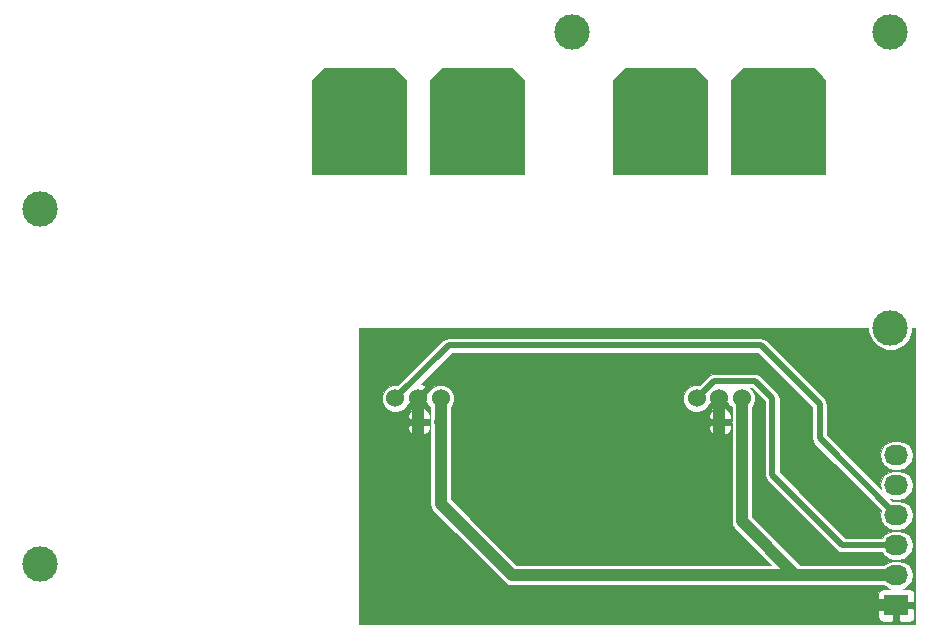
<source format=gbr>
G04 #@! TF.FileFunction,Copper,L1,Top,Signal*
%FSLAX46Y46*%
G04 Gerber Fmt 4.6, Leading zero omitted, Abs format (unit mm)*
G04 Created by KiCad (PCBNEW 4.0.4-stable) date 12/03/16 10:08:42*
%MOMM*%
%LPD*%
G01*
G04 APERTURE LIST*
%ADD10C,0.100000*%
%ADD11R,0.800000X1.000000*%
%ADD12C,4.064000*%
%ADD13R,2.032000X1.727200*%
%ADD14O,2.032000X1.727200*%
%ADD15C,1.524000*%
%ADD16O,8.000000X3.500000*%
%ADD17C,3.000000*%
%ADD18C,1.200000*%
%ADD19C,1.000000*%
%ADD20C,0.500000*%
%ADD21C,0.026000*%
G04 APERTURE END LIST*
D10*
D11*
X35900000Y-43000000D03*
X34100000Y-43000000D03*
X61400000Y-43000000D03*
X59600000Y-43000000D03*
D12*
X39000000Y-15500000D03*
X29000000Y-15500000D03*
X64500000Y-15500000D03*
X54500000Y-15500000D03*
D13*
X74500000Y-58500000D03*
D14*
X74500000Y-55960000D03*
X74500000Y-53420000D03*
X74500000Y-50880000D03*
X74500000Y-48340000D03*
X74500000Y-45800000D03*
D15*
X61410000Y-41000000D03*
X59500000Y-41000000D03*
X57590000Y-41000000D03*
D16*
X54500000Y-19600000D03*
X64500000Y-19600000D03*
D15*
X35910000Y-41000000D03*
X34000000Y-41000000D03*
X32090000Y-41000000D03*
D16*
X29000000Y-19600000D03*
X39000000Y-19600000D03*
D17*
X2000000Y-25000000D03*
X2000000Y-55000000D03*
X74000000Y-35000000D03*
X74000000Y-10000000D03*
X47000000Y-10000000D03*
D18*
X59500000Y-58500000D03*
X59500000Y-54500000D03*
D19*
X35910000Y-41000000D02*
X35910000Y-49910000D01*
X35910000Y-49910000D02*
X41960000Y-55960000D01*
X61410000Y-41000000D02*
X61410000Y-51410000D01*
X61410000Y-51410000D02*
X65960000Y-55960000D01*
X41960000Y-55960000D02*
X65960000Y-55960000D01*
X65960000Y-55960000D02*
X66960000Y-55960000D01*
X66960000Y-55960000D02*
X74500000Y-55960000D01*
X61410000Y-41000000D02*
X61410000Y-42990000D01*
X61410000Y-42990000D02*
X61400000Y-43000000D01*
X35910000Y-41000000D02*
X35910000Y-42990000D01*
X35910000Y-42990000D02*
X35900000Y-43000000D01*
X59500000Y-41000000D02*
X59500000Y-54500000D01*
X34000000Y-41000000D02*
X34000000Y-52000000D01*
X59500000Y-58500000D02*
X40500000Y-58500000D01*
X34000000Y-52000000D02*
X40500000Y-58500000D01*
X74500000Y-58500000D02*
X59500000Y-58500000D01*
X59500000Y-41000000D02*
X59500000Y-42900000D01*
X59500000Y-42900000D02*
X59600000Y-43000000D01*
X34000000Y-41000000D02*
X34000000Y-42900000D01*
X34000000Y-42900000D02*
X34100000Y-43000000D01*
D20*
X74500000Y-53420000D02*
X69920000Y-53420000D01*
X64000000Y-47500000D02*
X64000000Y-41000000D01*
X69920000Y-53420000D02*
X64000000Y-47500000D01*
X59090000Y-39500000D02*
X57590000Y-41000000D01*
X62500000Y-39500000D02*
X59090000Y-39500000D01*
X64000000Y-41000000D02*
X62500000Y-39500000D01*
X32090000Y-41000000D02*
X36590000Y-36500000D01*
X68000000Y-44380000D02*
X74500000Y-50880000D01*
X68000000Y-41500000D02*
X68000000Y-44380000D01*
X63000000Y-36500000D02*
X68000000Y-41500000D01*
X36590000Y-36500000D02*
X63000000Y-36500000D01*
D21*
G36*
X72136678Y-35368948D02*
X72419705Y-36053926D01*
X72943318Y-36578453D01*
X73627801Y-36862676D01*
X74368948Y-36863322D01*
X75053926Y-36580295D01*
X75578453Y-36056682D01*
X75862676Y-35372199D01*
X75862989Y-35013000D01*
X76062000Y-35013000D01*
X76062000Y-60062000D01*
X29013000Y-60062000D01*
X29013000Y-58871250D01*
X72963000Y-58871250D01*
X72963000Y-59467234D01*
X73042318Y-59658723D01*
X73188878Y-59805283D01*
X73380367Y-59884600D01*
X74128750Y-59884600D01*
X74259000Y-59754350D01*
X74259000Y-58741000D01*
X74741000Y-58741000D01*
X74741000Y-59754350D01*
X74871250Y-59884600D01*
X75619633Y-59884600D01*
X75811122Y-59805283D01*
X75957682Y-59658723D01*
X76037000Y-59467234D01*
X76037000Y-58871250D01*
X75906750Y-58741000D01*
X74741000Y-58741000D01*
X74259000Y-58741000D01*
X73093250Y-58741000D01*
X72963000Y-58871250D01*
X29013000Y-58871250D01*
X29013000Y-43371250D01*
X33179000Y-43371250D01*
X33179000Y-43603634D01*
X33258318Y-43795123D01*
X33404878Y-43941683D01*
X33596367Y-44021000D01*
X33769750Y-44021000D01*
X33900000Y-43890750D01*
X33900000Y-43241000D01*
X34300000Y-43241000D01*
X34300000Y-43890750D01*
X34430250Y-44021000D01*
X34603633Y-44021000D01*
X34795122Y-43941683D01*
X34941682Y-43795123D01*
X35021000Y-43603634D01*
X35021000Y-43371250D01*
X34890750Y-43241000D01*
X34300000Y-43241000D01*
X33900000Y-43241000D01*
X33309250Y-43241000D01*
X33179000Y-43371250D01*
X29013000Y-43371250D01*
X29013000Y-42396366D01*
X33179000Y-42396366D01*
X33179000Y-42628750D01*
X33309250Y-42759000D01*
X33900000Y-42759000D01*
X33900000Y-42739000D01*
X34300000Y-42739000D01*
X34300000Y-42759000D01*
X34890750Y-42759000D01*
X35021000Y-42628750D01*
X35021000Y-42396366D01*
X34941682Y-42204877D01*
X34795122Y-42058317D01*
X34641075Y-41994509D01*
X34644858Y-41985684D01*
X34000000Y-41340825D01*
X33355142Y-41985684D01*
X33391859Y-42071336D01*
X33258318Y-42204877D01*
X33179000Y-42396366D01*
X29013000Y-42396366D01*
X29013000Y-41222795D01*
X30964805Y-41222795D01*
X31135715Y-41636429D01*
X31451907Y-41953172D01*
X31865242Y-42124804D01*
X32312795Y-42125195D01*
X32726429Y-41954285D01*
X33043172Y-41638093D01*
X33058859Y-41600315D01*
X33659175Y-41000000D01*
X34340825Y-41000000D01*
X34940548Y-41599722D01*
X34955715Y-41636429D01*
X35047000Y-41727873D01*
X35047000Y-42949727D01*
X35037000Y-43000000D01*
X35047000Y-43050273D01*
X35047000Y-49910000D01*
X35112692Y-50240256D01*
X35299767Y-50520233D01*
X41349767Y-56570233D01*
X41629744Y-56757308D01*
X41960000Y-56823000D01*
X73450349Y-56823000D01*
X73453247Y-56827337D01*
X73851185Y-57093231D01*
X73962636Y-57115400D01*
X73380367Y-57115400D01*
X73188878Y-57194717D01*
X73042318Y-57341277D01*
X72963000Y-57532766D01*
X72963000Y-58128750D01*
X73093250Y-58259000D01*
X74259000Y-58259000D01*
X74259000Y-58239000D01*
X74741000Y-58239000D01*
X74741000Y-58259000D01*
X75906750Y-58259000D01*
X76037000Y-58128750D01*
X76037000Y-57532766D01*
X75957682Y-57341277D01*
X75811122Y-57194717D01*
X75619633Y-57115400D01*
X75037364Y-57115400D01*
X75148815Y-57093231D01*
X75546753Y-56827337D01*
X75812647Y-56429399D01*
X75906016Y-55960000D01*
X75812647Y-55490601D01*
X75546753Y-55092663D01*
X75148815Y-54826769D01*
X74679416Y-54733400D01*
X74320584Y-54733400D01*
X73851185Y-54826769D01*
X73453247Y-55092663D01*
X73450349Y-55097000D01*
X66317466Y-55097000D01*
X62273000Y-51052534D01*
X62273000Y-41728108D01*
X62363172Y-41638093D01*
X62534804Y-41224758D01*
X62535195Y-40777205D01*
X62364285Y-40363571D01*
X62114150Y-40113000D01*
X62246088Y-40113000D01*
X63387000Y-41253913D01*
X63387000Y-47500000D01*
X63433662Y-47734585D01*
X63566544Y-47933456D01*
X69486543Y-53853456D01*
X69540336Y-53889399D01*
X69685415Y-53986338D01*
X69920000Y-54033000D01*
X73283304Y-54033000D01*
X73453247Y-54287337D01*
X73851185Y-54553231D01*
X74320584Y-54646600D01*
X74679416Y-54646600D01*
X75148815Y-54553231D01*
X75546753Y-54287337D01*
X75812647Y-53889399D01*
X75906016Y-53420000D01*
X75812647Y-52950601D01*
X75546753Y-52552663D01*
X75148815Y-52286769D01*
X74679416Y-52193400D01*
X74320584Y-52193400D01*
X73851185Y-52286769D01*
X73453247Y-52552663D01*
X73283304Y-52807000D01*
X70173913Y-52807000D01*
X64613000Y-47246088D01*
X64613000Y-41000000D01*
X64566338Y-40765415D01*
X64433456Y-40566543D01*
X62933456Y-39066544D01*
X62734585Y-38933662D01*
X62500000Y-38887000D01*
X59090000Y-38887000D01*
X58855415Y-38933662D01*
X58656543Y-39066544D01*
X57838170Y-39884918D01*
X57814758Y-39875196D01*
X57367205Y-39874805D01*
X56953571Y-40045715D01*
X56636828Y-40361907D01*
X56465196Y-40775242D01*
X56464805Y-41222795D01*
X56635715Y-41636429D01*
X56951907Y-41953172D01*
X57365242Y-42124804D01*
X57812795Y-42125195D01*
X58226429Y-41954285D01*
X58543172Y-41638093D01*
X58558859Y-41600315D01*
X59159175Y-41000000D01*
X59145032Y-40985858D01*
X59485858Y-40645033D01*
X59500000Y-40659175D01*
X59514142Y-40645032D01*
X59854968Y-40985858D01*
X59840825Y-41000000D01*
X60440548Y-41599722D01*
X60455715Y-41636429D01*
X60547000Y-41727873D01*
X60547000Y-42949727D01*
X60537000Y-43000000D01*
X60547000Y-43050273D01*
X60547000Y-51410000D01*
X60612692Y-51740256D01*
X60799767Y-52020233D01*
X63876534Y-55097000D01*
X42317466Y-55097000D01*
X36773000Y-49552534D01*
X36773000Y-43371250D01*
X58679000Y-43371250D01*
X58679000Y-43603634D01*
X58758318Y-43795123D01*
X58904878Y-43941683D01*
X59096367Y-44021000D01*
X59269750Y-44021000D01*
X59400000Y-43890750D01*
X59400000Y-43241000D01*
X59800000Y-43241000D01*
X59800000Y-43890750D01*
X59930250Y-44021000D01*
X60103633Y-44021000D01*
X60295122Y-43941683D01*
X60441682Y-43795123D01*
X60521000Y-43603634D01*
X60521000Y-43371250D01*
X60390750Y-43241000D01*
X59800000Y-43241000D01*
X59400000Y-43241000D01*
X58809250Y-43241000D01*
X58679000Y-43371250D01*
X36773000Y-43371250D01*
X36773000Y-42396366D01*
X58679000Y-42396366D01*
X58679000Y-42628750D01*
X58809250Y-42759000D01*
X59400000Y-42759000D01*
X59400000Y-42739000D01*
X59800000Y-42739000D01*
X59800000Y-42759000D01*
X60390750Y-42759000D01*
X60521000Y-42628750D01*
X60521000Y-42396366D01*
X60441682Y-42204877D01*
X60295122Y-42058317D01*
X60141075Y-41994509D01*
X60144858Y-41985684D01*
X59500000Y-41340825D01*
X58855142Y-41985684D01*
X58891859Y-42071336D01*
X58758318Y-42204877D01*
X58679000Y-42396366D01*
X36773000Y-42396366D01*
X36773000Y-41728108D01*
X36863172Y-41638093D01*
X37034804Y-41224758D01*
X37035195Y-40777205D01*
X36864285Y-40363571D01*
X36548093Y-40046828D01*
X36134758Y-39875196D01*
X35687205Y-39874805D01*
X35273571Y-40045715D01*
X34956828Y-40361907D01*
X34941141Y-40399685D01*
X34340825Y-41000000D01*
X33659175Y-41000000D01*
X33645032Y-40985858D01*
X33985858Y-40645032D01*
X34000000Y-40659175D01*
X34644858Y-40014316D01*
X34560768Y-39818156D01*
X34223646Y-39733266D01*
X36843912Y-37113000D01*
X62746088Y-37113000D01*
X67387000Y-41753913D01*
X67387000Y-44380000D01*
X67425470Y-44573400D01*
X67433662Y-44614585D01*
X67566544Y-44813456D01*
X73183427Y-50430340D01*
X73093984Y-50880000D01*
X73187353Y-51349399D01*
X73453247Y-51747337D01*
X73851185Y-52013231D01*
X74320584Y-52106600D01*
X74679416Y-52106600D01*
X75148815Y-52013231D01*
X75546753Y-51747337D01*
X75812647Y-51349399D01*
X75906016Y-50880000D01*
X75812647Y-50410601D01*
X75546753Y-50012663D01*
X75148815Y-49746769D01*
X74679416Y-49653400D01*
X74320584Y-49653400D01*
X74170222Y-49683309D01*
X73987199Y-49500286D01*
X74320584Y-49566600D01*
X74679416Y-49566600D01*
X75148815Y-49473231D01*
X75546753Y-49207337D01*
X75812647Y-48809399D01*
X75906016Y-48340000D01*
X75812647Y-47870601D01*
X75546753Y-47472663D01*
X75148815Y-47206769D01*
X74679416Y-47113400D01*
X74320584Y-47113400D01*
X73851185Y-47206769D01*
X73453247Y-47472663D01*
X73187353Y-47870601D01*
X73093984Y-48340000D01*
X73160298Y-48673386D01*
X70286912Y-45800000D01*
X73093984Y-45800000D01*
X73187353Y-46269399D01*
X73453247Y-46667337D01*
X73851185Y-46933231D01*
X74320584Y-47026600D01*
X74679416Y-47026600D01*
X75148815Y-46933231D01*
X75546753Y-46667337D01*
X75812647Y-46269399D01*
X75906016Y-45800000D01*
X75812647Y-45330601D01*
X75546753Y-44932663D01*
X75148815Y-44666769D01*
X74679416Y-44573400D01*
X74320584Y-44573400D01*
X73851185Y-44666769D01*
X73453247Y-44932663D01*
X73187353Y-45330601D01*
X73093984Y-45800000D01*
X70286912Y-45800000D01*
X68613000Y-44126088D01*
X68613000Y-41500000D01*
X68566338Y-41265415D01*
X68537860Y-41222795D01*
X68433457Y-41066544D01*
X63433456Y-36066544D01*
X63234585Y-35933662D01*
X63000000Y-35887000D01*
X36590000Y-35887000D01*
X36355415Y-35933662D01*
X36156544Y-36066544D01*
X32338170Y-39884918D01*
X32314758Y-39875196D01*
X31867205Y-39874805D01*
X31453571Y-40045715D01*
X31136828Y-40361907D01*
X30965196Y-40775242D01*
X30964805Y-41222795D01*
X29013000Y-41222795D01*
X29013000Y-35013000D01*
X72136988Y-35013000D01*
X72136678Y-35368948D01*
X72136678Y-35368948D01*
G37*
X72136678Y-35368948D02*
X72419705Y-36053926D01*
X72943318Y-36578453D01*
X73627801Y-36862676D01*
X74368948Y-36863322D01*
X75053926Y-36580295D01*
X75578453Y-36056682D01*
X75862676Y-35372199D01*
X75862989Y-35013000D01*
X76062000Y-35013000D01*
X76062000Y-60062000D01*
X29013000Y-60062000D01*
X29013000Y-58871250D01*
X72963000Y-58871250D01*
X72963000Y-59467234D01*
X73042318Y-59658723D01*
X73188878Y-59805283D01*
X73380367Y-59884600D01*
X74128750Y-59884600D01*
X74259000Y-59754350D01*
X74259000Y-58741000D01*
X74741000Y-58741000D01*
X74741000Y-59754350D01*
X74871250Y-59884600D01*
X75619633Y-59884600D01*
X75811122Y-59805283D01*
X75957682Y-59658723D01*
X76037000Y-59467234D01*
X76037000Y-58871250D01*
X75906750Y-58741000D01*
X74741000Y-58741000D01*
X74259000Y-58741000D01*
X73093250Y-58741000D01*
X72963000Y-58871250D01*
X29013000Y-58871250D01*
X29013000Y-43371250D01*
X33179000Y-43371250D01*
X33179000Y-43603634D01*
X33258318Y-43795123D01*
X33404878Y-43941683D01*
X33596367Y-44021000D01*
X33769750Y-44021000D01*
X33900000Y-43890750D01*
X33900000Y-43241000D01*
X34300000Y-43241000D01*
X34300000Y-43890750D01*
X34430250Y-44021000D01*
X34603633Y-44021000D01*
X34795122Y-43941683D01*
X34941682Y-43795123D01*
X35021000Y-43603634D01*
X35021000Y-43371250D01*
X34890750Y-43241000D01*
X34300000Y-43241000D01*
X33900000Y-43241000D01*
X33309250Y-43241000D01*
X33179000Y-43371250D01*
X29013000Y-43371250D01*
X29013000Y-42396366D01*
X33179000Y-42396366D01*
X33179000Y-42628750D01*
X33309250Y-42759000D01*
X33900000Y-42759000D01*
X33900000Y-42739000D01*
X34300000Y-42739000D01*
X34300000Y-42759000D01*
X34890750Y-42759000D01*
X35021000Y-42628750D01*
X35021000Y-42396366D01*
X34941682Y-42204877D01*
X34795122Y-42058317D01*
X34641075Y-41994509D01*
X34644858Y-41985684D01*
X34000000Y-41340825D01*
X33355142Y-41985684D01*
X33391859Y-42071336D01*
X33258318Y-42204877D01*
X33179000Y-42396366D01*
X29013000Y-42396366D01*
X29013000Y-41222795D01*
X30964805Y-41222795D01*
X31135715Y-41636429D01*
X31451907Y-41953172D01*
X31865242Y-42124804D01*
X32312795Y-42125195D01*
X32726429Y-41954285D01*
X33043172Y-41638093D01*
X33058859Y-41600315D01*
X33659175Y-41000000D01*
X34340825Y-41000000D01*
X34940548Y-41599722D01*
X34955715Y-41636429D01*
X35047000Y-41727873D01*
X35047000Y-42949727D01*
X35037000Y-43000000D01*
X35047000Y-43050273D01*
X35047000Y-49910000D01*
X35112692Y-50240256D01*
X35299767Y-50520233D01*
X41349767Y-56570233D01*
X41629744Y-56757308D01*
X41960000Y-56823000D01*
X73450349Y-56823000D01*
X73453247Y-56827337D01*
X73851185Y-57093231D01*
X73962636Y-57115400D01*
X73380367Y-57115400D01*
X73188878Y-57194717D01*
X73042318Y-57341277D01*
X72963000Y-57532766D01*
X72963000Y-58128750D01*
X73093250Y-58259000D01*
X74259000Y-58259000D01*
X74259000Y-58239000D01*
X74741000Y-58239000D01*
X74741000Y-58259000D01*
X75906750Y-58259000D01*
X76037000Y-58128750D01*
X76037000Y-57532766D01*
X75957682Y-57341277D01*
X75811122Y-57194717D01*
X75619633Y-57115400D01*
X75037364Y-57115400D01*
X75148815Y-57093231D01*
X75546753Y-56827337D01*
X75812647Y-56429399D01*
X75906016Y-55960000D01*
X75812647Y-55490601D01*
X75546753Y-55092663D01*
X75148815Y-54826769D01*
X74679416Y-54733400D01*
X74320584Y-54733400D01*
X73851185Y-54826769D01*
X73453247Y-55092663D01*
X73450349Y-55097000D01*
X66317466Y-55097000D01*
X62273000Y-51052534D01*
X62273000Y-41728108D01*
X62363172Y-41638093D01*
X62534804Y-41224758D01*
X62535195Y-40777205D01*
X62364285Y-40363571D01*
X62114150Y-40113000D01*
X62246088Y-40113000D01*
X63387000Y-41253913D01*
X63387000Y-47500000D01*
X63433662Y-47734585D01*
X63566544Y-47933456D01*
X69486543Y-53853456D01*
X69540336Y-53889399D01*
X69685415Y-53986338D01*
X69920000Y-54033000D01*
X73283304Y-54033000D01*
X73453247Y-54287337D01*
X73851185Y-54553231D01*
X74320584Y-54646600D01*
X74679416Y-54646600D01*
X75148815Y-54553231D01*
X75546753Y-54287337D01*
X75812647Y-53889399D01*
X75906016Y-53420000D01*
X75812647Y-52950601D01*
X75546753Y-52552663D01*
X75148815Y-52286769D01*
X74679416Y-52193400D01*
X74320584Y-52193400D01*
X73851185Y-52286769D01*
X73453247Y-52552663D01*
X73283304Y-52807000D01*
X70173913Y-52807000D01*
X64613000Y-47246088D01*
X64613000Y-41000000D01*
X64566338Y-40765415D01*
X64433456Y-40566543D01*
X62933456Y-39066544D01*
X62734585Y-38933662D01*
X62500000Y-38887000D01*
X59090000Y-38887000D01*
X58855415Y-38933662D01*
X58656543Y-39066544D01*
X57838170Y-39884918D01*
X57814758Y-39875196D01*
X57367205Y-39874805D01*
X56953571Y-40045715D01*
X56636828Y-40361907D01*
X56465196Y-40775242D01*
X56464805Y-41222795D01*
X56635715Y-41636429D01*
X56951907Y-41953172D01*
X57365242Y-42124804D01*
X57812795Y-42125195D01*
X58226429Y-41954285D01*
X58543172Y-41638093D01*
X58558859Y-41600315D01*
X59159175Y-41000000D01*
X59145032Y-40985858D01*
X59485858Y-40645033D01*
X59500000Y-40659175D01*
X59514142Y-40645032D01*
X59854968Y-40985858D01*
X59840825Y-41000000D01*
X60440548Y-41599722D01*
X60455715Y-41636429D01*
X60547000Y-41727873D01*
X60547000Y-42949727D01*
X60537000Y-43000000D01*
X60547000Y-43050273D01*
X60547000Y-51410000D01*
X60612692Y-51740256D01*
X60799767Y-52020233D01*
X63876534Y-55097000D01*
X42317466Y-55097000D01*
X36773000Y-49552534D01*
X36773000Y-43371250D01*
X58679000Y-43371250D01*
X58679000Y-43603634D01*
X58758318Y-43795123D01*
X58904878Y-43941683D01*
X59096367Y-44021000D01*
X59269750Y-44021000D01*
X59400000Y-43890750D01*
X59400000Y-43241000D01*
X59800000Y-43241000D01*
X59800000Y-43890750D01*
X59930250Y-44021000D01*
X60103633Y-44021000D01*
X60295122Y-43941683D01*
X60441682Y-43795123D01*
X60521000Y-43603634D01*
X60521000Y-43371250D01*
X60390750Y-43241000D01*
X59800000Y-43241000D01*
X59400000Y-43241000D01*
X58809250Y-43241000D01*
X58679000Y-43371250D01*
X36773000Y-43371250D01*
X36773000Y-42396366D01*
X58679000Y-42396366D01*
X58679000Y-42628750D01*
X58809250Y-42759000D01*
X59400000Y-42759000D01*
X59400000Y-42739000D01*
X59800000Y-42739000D01*
X59800000Y-42759000D01*
X60390750Y-42759000D01*
X60521000Y-42628750D01*
X60521000Y-42396366D01*
X60441682Y-42204877D01*
X60295122Y-42058317D01*
X60141075Y-41994509D01*
X60144858Y-41985684D01*
X59500000Y-41340825D01*
X58855142Y-41985684D01*
X58891859Y-42071336D01*
X58758318Y-42204877D01*
X58679000Y-42396366D01*
X36773000Y-42396366D01*
X36773000Y-41728108D01*
X36863172Y-41638093D01*
X37034804Y-41224758D01*
X37035195Y-40777205D01*
X36864285Y-40363571D01*
X36548093Y-40046828D01*
X36134758Y-39875196D01*
X35687205Y-39874805D01*
X35273571Y-40045715D01*
X34956828Y-40361907D01*
X34941141Y-40399685D01*
X34340825Y-41000000D01*
X33659175Y-41000000D01*
X33645032Y-40985858D01*
X33985858Y-40645032D01*
X34000000Y-40659175D01*
X34644858Y-40014316D01*
X34560768Y-39818156D01*
X34223646Y-39733266D01*
X36843912Y-37113000D01*
X62746088Y-37113000D01*
X67387000Y-41753913D01*
X67387000Y-44380000D01*
X67425470Y-44573400D01*
X67433662Y-44614585D01*
X67566544Y-44813456D01*
X73183427Y-50430340D01*
X73093984Y-50880000D01*
X73187353Y-51349399D01*
X73453247Y-51747337D01*
X73851185Y-52013231D01*
X74320584Y-52106600D01*
X74679416Y-52106600D01*
X75148815Y-52013231D01*
X75546753Y-51747337D01*
X75812647Y-51349399D01*
X75906016Y-50880000D01*
X75812647Y-50410601D01*
X75546753Y-50012663D01*
X75148815Y-49746769D01*
X74679416Y-49653400D01*
X74320584Y-49653400D01*
X74170222Y-49683309D01*
X73987199Y-49500286D01*
X74320584Y-49566600D01*
X74679416Y-49566600D01*
X75148815Y-49473231D01*
X75546753Y-49207337D01*
X75812647Y-48809399D01*
X75906016Y-48340000D01*
X75812647Y-47870601D01*
X75546753Y-47472663D01*
X75148815Y-47206769D01*
X74679416Y-47113400D01*
X74320584Y-47113400D01*
X73851185Y-47206769D01*
X73453247Y-47472663D01*
X73187353Y-47870601D01*
X73093984Y-48340000D01*
X73160298Y-48673386D01*
X70286912Y-45800000D01*
X73093984Y-45800000D01*
X73187353Y-46269399D01*
X73453247Y-46667337D01*
X73851185Y-46933231D01*
X74320584Y-47026600D01*
X74679416Y-47026600D01*
X75148815Y-46933231D01*
X75546753Y-46667337D01*
X75812647Y-46269399D01*
X75906016Y-45800000D01*
X75812647Y-45330601D01*
X75546753Y-44932663D01*
X75148815Y-44666769D01*
X74679416Y-44573400D01*
X74320584Y-44573400D01*
X73851185Y-44666769D01*
X73453247Y-44932663D01*
X73187353Y-45330601D01*
X73093984Y-45800000D01*
X70286912Y-45800000D01*
X68613000Y-44126088D01*
X68613000Y-41500000D01*
X68566338Y-41265415D01*
X68537860Y-41222795D01*
X68433457Y-41066544D01*
X63433456Y-36066544D01*
X63234585Y-35933662D01*
X63000000Y-35887000D01*
X36590000Y-35887000D01*
X36355415Y-35933662D01*
X36156544Y-36066544D01*
X32338170Y-39884918D01*
X32314758Y-39875196D01*
X31867205Y-39874805D01*
X31453571Y-40045715D01*
X31136828Y-40361907D01*
X30965196Y-40775242D01*
X30964805Y-41222795D01*
X29013000Y-41222795D01*
X29013000Y-35013000D01*
X72136988Y-35013000D01*
X72136678Y-35368948D01*
G36*
X42987000Y-14005384D02*
X42987000Y-21987000D01*
X35013000Y-21987000D01*
X35013000Y-14005384D01*
X36005384Y-13013000D01*
X41994616Y-13013000D01*
X42987000Y-14005384D01*
X42987000Y-14005384D01*
G37*
X42987000Y-14005384D02*
X42987000Y-21987000D01*
X35013000Y-21987000D01*
X35013000Y-14005384D01*
X36005384Y-13013000D01*
X41994616Y-13013000D01*
X42987000Y-14005384D01*
G36*
X32987000Y-14005384D02*
X32987000Y-21987000D01*
X25013000Y-21987000D01*
X25013000Y-14005384D01*
X26005384Y-13013000D01*
X31994616Y-13013000D01*
X32987000Y-14005384D01*
X32987000Y-14005384D01*
G37*
X32987000Y-14005384D02*
X32987000Y-21987000D01*
X25013000Y-21987000D01*
X25013000Y-14005384D01*
X26005384Y-13013000D01*
X31994616Y-13013000D01*
X32987000Y-14005384D01*
G36*
X58487000Y-14005384D02*
X58487000Y-21987000D01*
X50513000Y-21987000D01*
X50513000Y-14005384D01*
X51505384Y-13013000D01*
X57494616Y-13013000D01*
X58487000Y-14005384D01*
X58487000Y-14005384D01*
G37*
X58487000Y-14005384D02*
X58487000Y-21987000D01*
X50513000Y-21987000D01*
X50513000Y-14005384D01*
X51505384Y-13013000D01*
X57494616Y-13013000D01*
X58487000Y-14005384D01*
G36*
X68487000Y-14005384D02*
X68487000Y-21987000D01*
X60513000Y-21987000D01*
X60513000Y-14005384D01*
X61505384Y-13013000D01*
X67494616Y-13013000D01*
X68487000Y-14005384D01*
X68487000Y-14005384D01*
G37*
X68487000Y-14005384D02*
X68487000Y-21987000D01*
X60513000Y-21987000D01*
X60513000Y-14005384D01*
X61505384Y-13013000D01*
X67494616Y-13013000D01*
X68487000Y-14005384D01*
M02*

</source>
